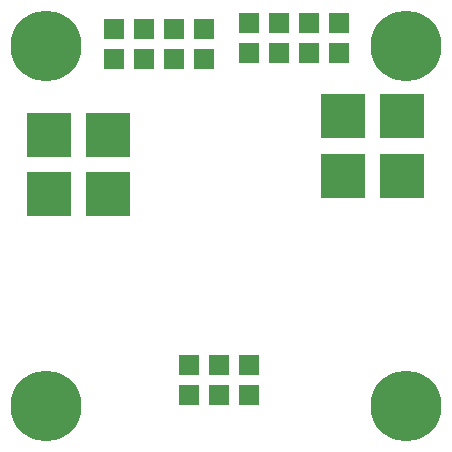
<source format=gbr>
G04 #@! TF.FileFunction,Soldermask,Top*
%FSLAX46Y46*%
G04 Gerber Fmt 4.6, Leading zero omitted, Abs format (unit mm)*
G04 Created by KiCad (PCBNEW 0.201503110816+5502~22~ubuntu14.10.1-product) date St 11. březen 2015, 19:54:32 CET*
%MOMM*%
G01*
G04 APERTURE LIST*
%ADD10C,0.100000*%
%ADD11R,1.651000X1.651000*%
%ADD12C,6.000000*%
%ADD13R,3.810000X3.810000*%
G04 APERTURE END LIST*
D10*
D11*
X15875000Y34417000D03*
X15875000Y36957000D03*
X10795000Y34417000D03*
X13335000Y34417000D03*
X18415000Y34417000D03*
X18415000Y36957000D03*
X13335000Y36957000D03*
X10795000Y36957000D03*
X22288500Y6032500D03*
X22288500Y8572500D03*
X19748500Y6032500D03*
X19748500Y8572500D03*
X17208500Y6032500D03*
X17208500Y8572500D03*
X24765000Y37457000D03*
X24765000Y34917000D03*
X29845000Y37457000D03*
X27305000Y37457000D03*
X22225000Y37457000D03*
X22225000Y34917000D03*
X27305000Y34917000D03*
X29845000Y34917000D03*
D12*
X35560000Y5080000D03*
X5080000Y35560000D03*
X5080000Y5080000D03*
X35560000Y35560000D03*
D13*
X35226000Y29591000D03*
X30226000Y29591000D03*
X35226000Y24574500D03*
X30226000Y24574500D03*
X5350500Y28003500D03*
X10350500Y28003500D03*
X5350500Y22987000D03*
X10350500Y22987000D03*
M02*

</source>
